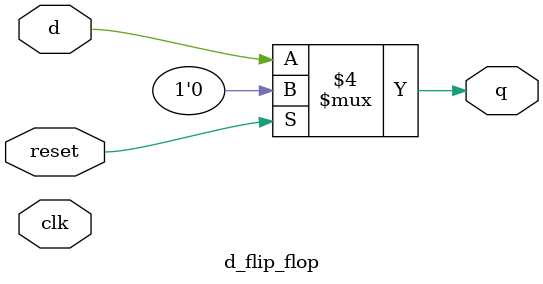
<source format=sv>
module d_flip_flop (
    input logic clk,
    input logic reset,
    input logic d,
    output logic q
);
    always @(*) begin
        if (reset) begin
            q = 1'b0;
        end else begin
            q = d;
        end
    end

    initial begin
        q = 1'b0;
    end
endmodule
</source>
